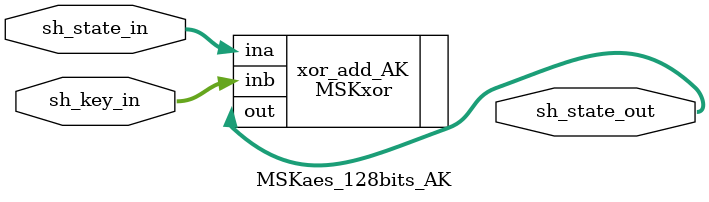
<source format=v>

module MSKaes_128bits_AK
#
(
    parameter d = 2
)
(
    sh_state_in,
    sh_key_in,
    sh_state_out
);

// IOs

input [128*d-1:0] sh_state_in;

input [128*d-1:0] sh_key_in;

output [128*d-1:0] sh_state_out;

MSKxor #(.d(d), .count(128))
xor_add_AK(
    .ina(sh_state_in),
    .inb(sh_key_in),
    .out(sh_state_out)
);

endmodule

</source>
